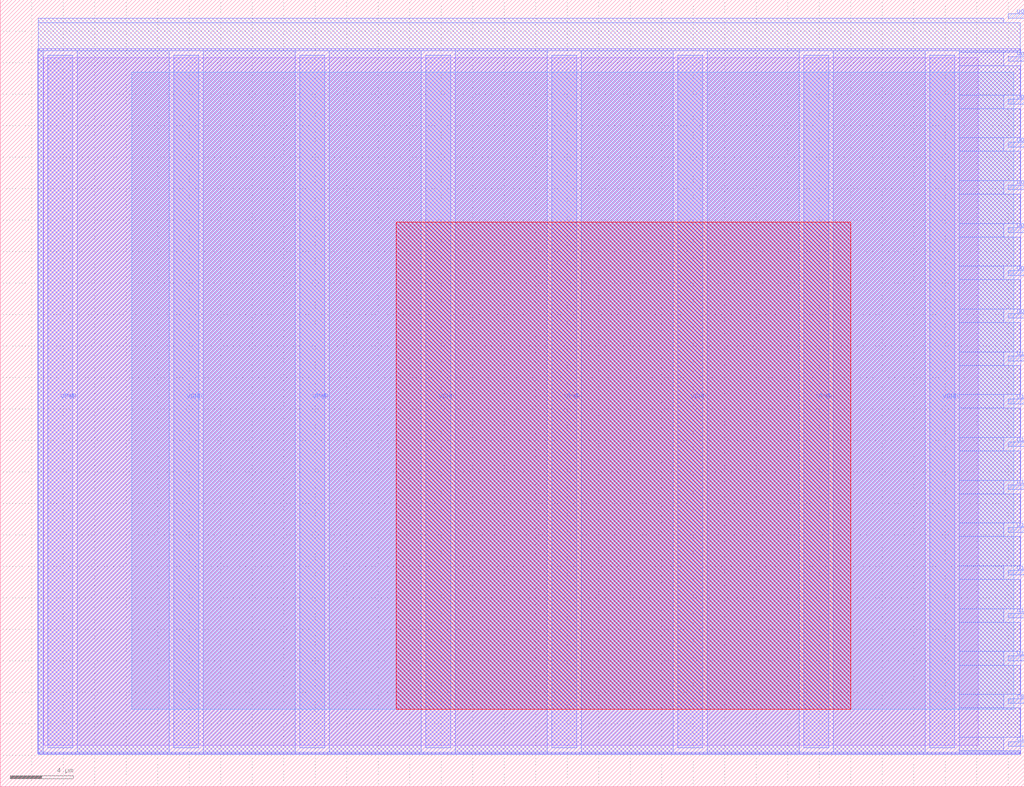
<source format=lef>
VERSION 5.7 ;
  NOWIREEXTENSIONATPIN ON ;
  DIVIDERCHAR "/" ;
  BUSBITCHARS "[]" ;
MACRO tt_um_micro_one_pixel_dvd_sda
  CLASS BLOCK ;
  FOREIGN tt_um_micro_one_pixel_dvd_sda ;
  ORIGIN 0.000 0.000 ;
  SIZE 65.000 BY 50.000 ;
  PIN VGND
    DIRECTION INOUT ;
    USE GROUND ;
    PORT
      LAYER met2 ;
        RECT 11.000 2.480 12.600 46.480 ;
    END
    PORT
      LAYER met2 ;
        RECT 27.000 2.480 28.600 46.480 ;
    END
    PORT
      LAYER met2 ;
        RECT 43.000 2.480 44.600 46.480 ;
    END
    PORT
      LAYER met2 ;
        RECT 59.000 2.480 60.600 46.480 ;
    END
  END VGND
  PIN VPWR
    DIRECTION INOUT ;
    USE POWER ;
    PORT
      LAYER met2 ;
        RECT 3.000 2.480 4.600 46.480 ;
    END
    PORT
      LAYER met2 ;
        RECT 19.000 2.480 20.600 46.480 ;
    END
    PORT
      LAYER met2 ;
        RECT 35.000 2.480 36.600 46.480 ;
    END
    PORT
      LAYER met2 ;
        RECT 51.000 2.480 52.600 46.480 ;
    END
  END VPWR
  PIN clk
    DIRECTION INPUT ;
    USE SIGNAL ;
    ANTENNAGATEAREA 0.852000 ;
    PORT
      LAYER met2 ;
        RECT 64.000 2.570 65.000 2.870 ;
    END
  END clk
  PIN rst_n
    DIRECTION INPUT ;
    USE SIGNAL ;
    ANTENNAGATEAREA 0.196500 ;
    PORT
      LAYER met2 ;
        RECT 64.000 5.290 65.000 5.590 ;
    END
  END rst_n
  PIN ui_in[0]
    DIRECTION INPUT ;
    USE SIGNAL ;
    ANTENNAGATEAREA 0.196500 ;
    PORT
      LAYER met2 ;
        RECT 64.000 8.010 65.000 8.310 ;
    END
  END ui_in[0]
  PIN ui_in[1]
    DIRECTION INPUT ;
    USE SIGNAL ;
    ANTENNAGATEAREA 0.196500 ;
    PORT
      LAYER met2 ;
        RECT 64.000 10.730 65.000 11.030 ;
    END
  END ui_in[1]
  PIN ui_in[2]
    DIRECTION INPUT ;
    USE SIGNAL ;
    ANTENNAGATEAREA 0.196500 ;
    PORT
      LAYER met2 ;
        RECT 64.000 13.450 65.000 13.750 ;
    END
  END ui_in[2]
  PIN ui_in[3]
    DIRECTION INPUT ;
    USE SIGNAL ;
    ANTENNAGATEAREA 0.196500 ;
    PORT
      LAYER met2 ;
        RECT 64.000 16.170 65.000 16.470 ;
    END
  END ui_in[3]
  PIN ui_in[4]
    DIRECTION INPUT ;
    USE SIGNAL ;
    ANTENNAGATEAREA 0.196500 ;
    PORT
      LAYER met2 ;
        RECT 64.000 18.890 65.000 19.190 ;
    END
  END ui_in[4]
  PIN ui_in[5]
    DIRECTION INPUT ;
    USE SIGNAL ;
    ANTENNAGATEAREA 0.196500 ;
    PORT
      LAYER met2 ;
        RECT 64.000 21.610 65.000 21.910 ;
    END
  END ui_in[5]
  PIN ui_in[6]
    DIRECTION INPUT ;
    USE SIGNAL ;
    ANTENNAGATEAREA 0.196500 ;
    PORT
      LAYER met2 ;
        RECT 64.000 24.330 65.000 24.630 ;
    END
  END ui_in[6]
  PIN ui_in[7]
    DIRECTION INPUT ;
    USE SIGNAL ;
    ANTENNAGATEAREA 0.196500 ;
    PORT
      LAYER met2 ;
        RECT 64.000 27.050 65.000 27.350 ;
    END
  END ui_in[7]
  PIN uo_out[0]
    DIRECTION OUTPUT ;
    USE SIGNAL ;
    ANTENNADIFFAREA 0.924000 ;
    PORT
      LAYER met2 ;
        RECT 64.000 29.770 65.000 30.070 ;
    END
  END uo_out[0]
  PIN uo_out[1]
    DIRECTION OUTPUT ;
    USE SIGNAL ;
    ANTENNADIFFAREA 0.924000 ;
    PORT
      LAYER met2 ;
        RECT 64.000 32.490 65.000 32.790 ;
    END
  END uo_out[1]
  PIN uo_out[2]
    DIRECTION OUTPUT ;
    USE SIGNAL ;
    ANTENNADIFFAREA 0.924000 ;
    PORT
      LAYER met2 ;
        RECT 64.000 35.210 65.000 35.510 ;
    END
  END uo_out[2]
  PIN uo_out[3]
    DIRECTION OUTPUT ;
    USE SIGNAL ;
    ANTENNADIFFAREA 0.445500 ;
    PORT
      LAYER met2 ;
        RECT 64.000 37.930 65.000 38.230 ;
    END
  END uo_out[3]
  PIN uo_out[4]
    DIRECTION OUTPUT ;
    USE SIGNAL ;
    ANTENNADIFFAREA 0.924000 ;
    PORT
      LAYER met2 ;
        RECT 64.000 40.650 65.000 40.950 ;
    END
  END uo_out[4]
  PIN uo_out[5]
    DIRECTION OUTPUT ;
    USE SIGNAL ;
    ANTENNADIFFAREA 0.924000 ;
    PORT
      LAYER met2 ;
        RECT 64.000 43.370 65.000 43.670 ;
    END
  END uo_out[5]
  PIN uo_out[6]
    DIRECTION OUTPUT ;
    USE SIGNAL ;
    ANTENNADIFFAREA 0.924000 ;
    PORT
      LAYER met2 ;
        RECT 64.000 46.090 65.000 46.390 ;
    END
  END uo_out[6]
  PIN uo_out[7]
    DIRECTION OUTPUT ;
    USE SIGNAL ;
    ANTENNADIFFAREA 0.795200 ;
    PORT
      LAYER met2 ;
        RECT 64.000 48.810 65.000 49.110 ;
    END
  END uo_out[7]
  OBS
      LAYER li1 ;
        RECT 2.760 2.635 62.100 46.325 ;
      LAYER met1 ;
        RECT 2.370 2.080 64.790 46.880 ;
      LAYER met2 ;
        RECT 2.400 48.530 63.720 48.810 ;
        RECT 2.400 46.760 64.760 48.530 ;
        RECT 2.400 2.200 2.720 46.760 ;
        RECT 4.880 2.200 10.720 46.760 ;
        RECT 12.880 2.200 18.720 46.760 ;
        RECT 20.880 2.200 26.720 46.760 ;
        RECT 28.880 2.200 34.720 46.760 ;
        RECT 36.880 2.200 42.720 46.760 ;
        RECT 44.880 2.200 50.720 46.760 ;
        RECT 52.880 2.200 58.720 46.760 ;
        RECT 60.880 46.670 64.760 46.760 ;
        RECT 60.880 45.810 63.720 46.670 ;
        RECT 60.880 43.950 64.760 45.810 ;
        RECT 60.880 43.090 63.720 43.950 ;
        RECT 60.880 41.230 64.760 43.090 ;
        RECT 60.880 40.370 63.720 41.230 ;
        RECT 60.880 38.510 64.760 40.370 ;
        RECT 60.880 37.650 63.720 38.510 ;
        RECT 60.880 35.790 64.760 37.650 ;
        RECT 60.880 34.930 63.720 35.790 ;
        RECT 60.880 33.070 64.760 34.930 ;
        RECT 60.880 32.210 63.720 33.070 ;
        RECT 60.880 30.350 64.760 32.210 ;
        RECT 60.880 29.490 63.720 30.350 ;
        RECT 60.880 27.630 64.760 29.490 ;
        RECT 60.880 26.770 63.720 27.630 ;
        RECT 60.880 24.910 64.760 26.770 ;
        RECT 60.880 24.050 63.720 24.910 ;
        RECT 60.880 22.190 64.760 24.050 ;
        RECT 60.880 21.330 63.720 22.190 ;
        RECT 60.880 19.470 64.760 21.330 ;
        RECT 60.880 18.610 63.720 19.470 ;
        RECT 60.880 16.750 64.760 18.610 ;
        RECT 60.880 15.890 63.720 16.750 ;
        RECT 60.880 14.030 64.760 15.890 ;
        RECT 60.880 13.170 63.720 14.030 ;
        RECT 60.880 11.310 64.760 13.170 ;
        RECT 60.880 10.450 63.720 11.310 ;
        RECT 60.880 8.590 64.760 10.450 ;
        RECT 60.880 7.730 63.720 8.590 ;
        RECT 60.880 5.870 64.760 7.730 ;
        RECT 60.880 5.010 63.720 5.870 ;
        RECT 60.880 3.150 64.760 5.010 ;
        RECT 60.880 2.290 63.720 3.150 ;
        RECT 60.880 2.200 64.760 2.290 ;
        RECT 2.400 2.050 64.760 2.200 ;
      LAYER met3 ;
        RECT 8.345 4.935 64.335 45.385 ;
      LAYER met4 ;
        RECT 25.135 4.935 53.985 35.865 ;
  END
END tt_um_micro_one_pixel_dvd_sda
END LIBRARY


</source>
